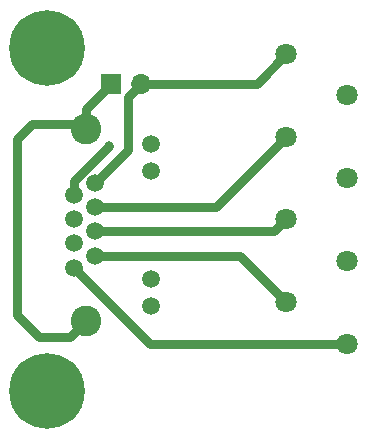
<source format=gtl>
G04 #@! TF.GenerationSoftware,KiCad,Pcbnew,8.0.4*
G04 #@! TF.CreationDate,2024-08-29T22:42:51+03:00*
G04 #@! TF.ProjectId,rj45-screw-terminals,726a3435-2d73-4637-9265-772d7465726d,rev?*
G04 #@! TF.SameCoordinates,Original*
G04 #@! TF.FileFunction,Copper,L1,Top*
G04 #@! TF.FilePolarity,Positive*
%FSLAX46Y46*%
G04 Gerber Fmt 4.6, Leading zero omitted, Abs format (unit mm)*
G04 Created by KiCad (PCBNEW 8.0.4) date 2024-08-29 22:42:51*
%MOMM*%
%LPD*%
G01*
G04 APERTURE LIST*
G04 #@! TA.AperFunction,ComponentPad*
%ADD10C,1.500000*%
G04 #@! TD*
G04 #@! TA.AperFunction,ComponentPad*
%ADD11C,2.600000*%
G04 #@! TD*
G04 #@! TA.AperFunction,ComponentPad*
%ADD12C,0.800000*%
G04 #@! TD*
G04 #@! TA.AperFunction,ComponentPad*
%ADD13C,6.400000*%
G04 #@! TD*
G04 #@! TA.AperFunction,ComponentPad*
%ADD14R,1.700000X1.700000*%
G04 #@! TD*
G04 #@! TA.AperFunction,ComponentPad*
%ADD15O,1.700000X1.700000*%
G04 #@! TD*
G04 #@! TA.AperFunction,ComponentPad*
%ADD16C,1.800000*%
G04 #@! TD*
G04 #@! TA.AperFunction,ViaPad*
%ADD17C,0.800000*%
G04 #@! TD*
G04 #@! TA.AperFunction,Conductor*
%ADD18C,0.800000*%
G04 #@! TD*
G04 APERTURE END LIST*
D10*
G04 #@! TO.P,J1,1*
G04 #@! TO.N,Net-(J3-Pin_1)*
X74290000Y-111570000D03*
G04 #@! TO.P,J1,2*
G04 #@! TO.N,Net-(J3-Pin_2)*
X76070000Y-110550000D03*
G04 #@! TO.P,J1,3*
G04 #@! TO.N,Net-(J3-Pin_3)*
X74290000Y-109530000D03*
G04 #@! TO.P,J1,4*
G04 #@! TO.N,Net-(J3-Pin_4)*
X76070000Y-108510000D03*
G04 #@! TO.P,J1,5*
G04 #@! TO.N,Net-(J3-Pin_5)*
X74290000Y-107490000D03*
G04 #@! TO.P,J1,6*
G04 #@! TO.N,Net-(J3-Pin_6)*
X76070000Y-106470000D03*
G04 #@! TO.P,J1,7*
G04 #@! TO.N,Net-(J3-Pin_7)*
X74290000Y-105450000D03*
G04 #@! TO.P,J1,8*
G04 #@! TO.N,GND*
X76070000Y-104430000D03*
G04 #@! TO.P,J1,9*
G04 #@! TO.N,unconnected-(J1-Pad9)*
X80880000Y-114860000D03*
G04 #@! TO.P,J1,10*
G04 #@! TO.N,unconnected-(J1-Pad10)*
X80880000Y-112570000D03*
G04 #@! TO.P,J1,11*
G04 #@! TO.N,unconnected-(J1-Pad11)*
X80880000Y-103430000D03*
G04 #@! TO.P,J1,12*
G04 #@! TO.N,unconnected-(J1-Pad12)*
X80880000Y-101140000D03*
D11*
G04 #@! TO.P,J1,SH*
G04 #@! TO.N,Net-(J2-Pin_1)*
X75310000Y-99870000D03*
X75310000Y-116130000D03*
G04 #@! TD*
D12*
G04 #@! TO.P,H4,1,1*
G04 #@! TO.N,unconnected-(H4-Pad1)_3*
X69600000Y-93000000D03*
G04 #@! TO.N,unconnected-(H4-Pad1)_1*
X70302944Y-91302944D03*
G04 #@! TO.N,unconnected-(H4-Pad1)*
X70302944Y-94697056D03*
G04 #@! TO.N,unconnected-(H4-Pad1)_4*
X72000000Y-90600000D03*
D13*
G04 #@! TO.N,unconnected-(H4-Pad1)_7*
X72000000Y-93000000D03*
D12*
G04 #@! TO.N,unconnected-(H4-Pad1)_2*
X72000000Y-95400000D03*
G04 #@! TO.N,unconnected-(H4-Pad1)_8*
X73697056Y-91302944D03*
G04 #@! TO.N,unconnected-(H4-Pad1)_6*
X73697056Y-94697056D03*
G04 #@! TO.N,unconnected-(H4-Pad1)_5*
X74400000Y-93000000D03*
G04 #@! TD*
D14*
G04 #@! TO.P,J2,1,Pin_1*
G04 #@! TO.N,Net-(J2-Pin_1)*
X77460000Y-96000000D03*
D15*
G04 #@! TO.P,J2,2,Pin_2*
G04 #@! TO.N,GND*
X80000000Y-96000000D03*
G04 #@! TD*
D16*
G04 #@! TO.P,J3,1,Pin_1*
G04 #@! TO.N,Net-(J3-Pin_1)*
X97400000Y-118000000D03*
G04 #@! TO.P,J3,2,Pin_2*
G04 #@! TO.N,Net-(J3-Pin_2)*
X92300000Y-114500000D03*
G04 #@! TO.P,J3,3,Pin_3*
G04 #@! TO.N,Net-(J3-Pin_3)*
X97400000Y-111000000D03*
G04 #@! TO.P,J3,4,Pin_4*
G04 #@! TO.N,Net-(J3-Pin_4)*
X92300000Y-107500000D03*
G04 #@! TO.P,J3,5,Pin_5*
G04 #@! TO.N,Net-(J3-Pin_5)*
X97400000Y-104000000D03*
G04 #@! TO.P,J3,6,Pin_6*
G04 #@! TO.N,Net-(J3-Pin_6)*
X92300000Y-100500000D03*
G04 #@! TO.P,J3,7,Pin_7*
G04 #@! TO.N,Net-(J3-Pin_7)*
X97400000Y-97000000D03*
G04 #@! TO.P,J3,8,Pin_8*
G04 #@! TO.N,GND*
X92300000Y-93500000D03*
G04 #@! TD*
D12*
G04 #@! TO.P,H3,1,1*
G04 #@! TO.N,unconnected-(H3-Pad1)_1*
X69600000Y-122000000D03*
G04 #@! TO.N,unconnected-(H3-Pad1)_6*
X70302944Y-120302944D03*
G04 #@! TO.N,unconnected-(H3-Pad1)_8*
X70302944Y-123697056D03*
G04 #@! TO.N,unconnected-(H3-Pad1)_3*
X72000000Y-119600000D03*
D13*
G04 #@! TO.N,unconnected-(H3-Pad1)_4*
X72000000Y-122000000D03*
D12*
G04 #@! TO.N,unconnected-(H3-Pad1)_7*
X72000000Y-124400000D03*
G04 #@! TO.N,unconnected-(H3-Pad1)_2*
X73697056Y-120302944D03*
G04 #@! TO.N,unconnected-(H3-Pad1)_5*
X73697056Y-123697056D03*
G04 #@! TO.N,unconnected-(H3-Pad1)*
X74400000Y-122000000D03*
G04 #@! TD*
D17*
G04 #@! TO.N,Net-(J3-Pin_7)*
X77250000Y-101250000D03*
G04 #@! TD*
D18*
G04 #@! TO.N,GND*
X76070000Y-104430000D02*
X78910000Y-101590000D01*
X78910000Y-101590000D02*
X78910000Y-97090000D01*
X89800000Y-96000000D02*
X92300000Y-93500000D01*
X78910000Y-97090000D02*
X80000000Y-96000000D01*
X80000000Y-96000000D02*
X89800000Y-96000000D01*
G04 #@! TO.N,Net-(J3-Pin_7)*
X74290000Y-105450000D02*
X74290000Y-104210000D01*
X74290000Y-104210000D02*
X77250000Y-101250000D01*
G04 #@! TO.N,Net-(J3-Pin_1)*
X74290000Y-111570000D02*
X80720000Y-118000000D01*
X80720000Y-118000000D02*
X97400000Y-118000000D01*
G04 #@! TO.N,Net-(J3-Pin_2)*
X76070000Y-110550000D02*
X88350000Y-110550000D01*
X88350000Y-110550000D02*
X92300000Y-114500000D01*
G04 #@! TO.N,Net-(J3-Pin_4)*
X91290000Y-108510000D02*
X92300000Y-107500000D01*
X76070000Y-108510000D02*
X91290000Y-108510000D01*
G04 #@! TO.N,Net-(J2-Pin_1)*
X74010000Y-117430000D02*
X71330000Y-117430000D01*
X69475000Y-100707664D02*
X70807664Y-99375000D01*
X75310000Y-98150000D02*
X77460000Y-96000000D01*
X74815000Y-99375000D02*
X75310000Y-99870000D01*
X75310000Y-116130000D02*
X74010000Y-117430000D01*
X70807664Y-99375000D02*
X74815000Y-99375000D01*
X71330000Y-117430000D02*
X69475000Y-115575000D01*
X75310000Y-99870000D02*
X75310000Y-98150000D01*
X69475000Y-115575000D02*
X69475000Y-100707664D01*
G04 #@! TO.N,Net-(J3-Pin_6)*
X76070000Y-106470000D02*
X86330000Y-106470000D01*
X86330000Y-106470000D02*
X92300000Y-100500000D01*
G04 #@! TD*
M02*

</source>
